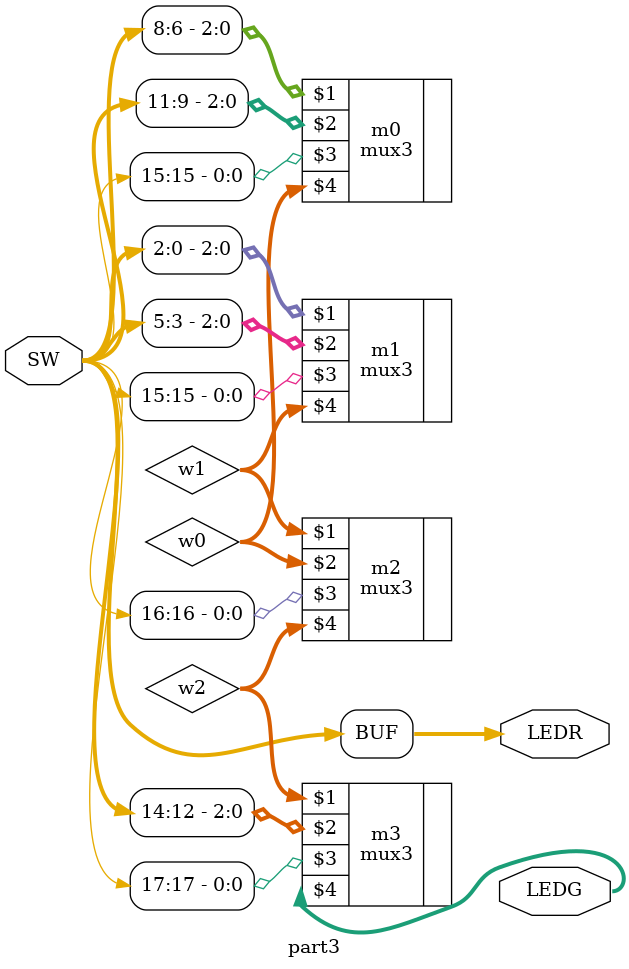
<source format=v>
module part3 (SW, LEDR, LEDG);
	input [17:0] SW;
	output [17:0] LEDR;
	output [2:0] LEDG;
	wire [2:0] w0, w1, w2;
	assign LEDR = SW;
	mux3 m0 (SW[8:6], SW[11:9], SW[15], w0);
	mux3 m1 (SW[2:0], SW[5:3], SW[15], w1);
	mux3 m2 (w1, w0, SW[16], w2);
	mux3 m3 (w2, SW[14:12], SW[17], LEDG);	
endmodule
</source>
